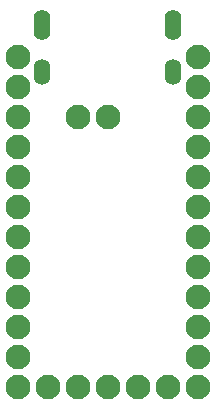
<source format=gbs>
G04 #@! TF.GenerationSoftware,KiCad,Pcbnew,(5.1.6)-1*
G04 #@! TF.CreationDate,2020-09-27T19:06:04+08:00*
G04 #@! TF.ProjectId,Alvaro,416c7661-726f-42e6-9b69-6361645f7063,C*
G04 #@! TF.SameCoordinates,Original*
G04 #@! TF.FileFunction,Soldermask,Bot*
G04 #@! TF.FilePolarity,Negative*
%FSLAX46Y46*%
G04 Gerber Fmt 4.6, Leading zero omitted, Abs format (unit mm)*
G04 Created by KiCad (PCBNEW (5.1.6)-1) date 2020-09-27 19:06:04*
%MOMM*%
%LPD*%
G01*
G04 APERTURE LIST*
%ADD10O,1.400000X2.200000*%
%ADD11O,1.400000X2.600000*%
%ADD12C,2.100000*%
G04 APERTURE END LIST*
D10*
X24425000Y-28600000D03*
X35575000Y-28600000D03*
D11*
X24425000Y-24600000D03*
X35575000Y-24600000D03*
D12*
X24920000Y-55240000D03*
X27460000Y-55240000D03*
X30000000Y-55240000D03*
X32540000Y-55240000D03*
X35080000Y-55240000D03*
X22380000Y-27300000D03*
X22380000Y-29840000D03*
X22380000Y-32380000D03*
X22380000Y-34920000D03*
X22380000Y-37460000D03*
X22380000Y-40000000D03*
X22380000Y-42540000D03*
X22380000Y-45080000D03*
X22380000Y-47620000D03*
X22380000Y-50160000D03*
X22380000Y-52700000D03*
X22380000Y-55240000D03*
X37620000Y-55240000D03*
X37620000Y-52700000D03*
X37620000Y-50160000D03*
X37620000Y-47620000D03*
X37620000Y-45080000D03*
X37620000Y-42540000D03*
X37620000Y-40000000D03*
X37620000Y-37460000D03*
X37620000Y-34920000D03*
X37620000Y-32380000D03*
X37620000Y-29840000D03*
X37620000Y-27300000D03*
X30000000Y-32380000D03*
X27460000Y-32380000D03*
M02*

</source>
